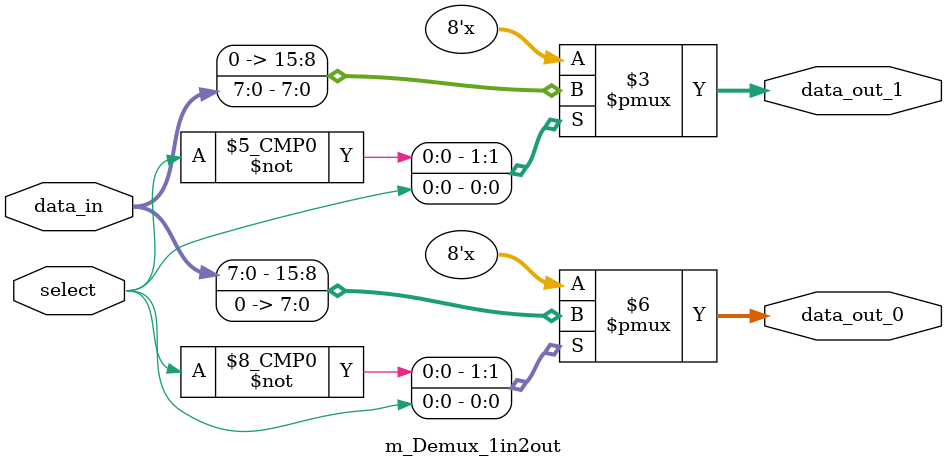
<source format=v>

`timescale 1ns / 1ps

`include "parameters.v"

module m_Demux_1in2out(
		select,
		data_in,
		data_out_0,
		data_out_1
	);

	
	// Parameters
	parameter P_DATA_WIDTH = 8; 
		
	// Port Definition
	input	select;
	input [P_DATA_WIDTH - 1 : 0] data_in;

	output reg [P_DATA_WIDTH - 1 : 0] data_out_0;
	output reg [P_DATA_WIDTH - 1 : 0] data_out_1;

	// Variables	

	// Assignments

	// Behavior
	initial begin:Initialization
		// Empty 
	end

	// Depending on the select, the data_in will be switched to data_out_0 or data_out_1
	always @ (select or data_in) begin:DEMUX
		case (select)
			0 : 	begin
				data_out_0 = data_in;
				data_out_1 = 0;				// Sets other output to zero
			end 
			1 : 	begin
				data_out_0 = 0;
				data_out_1 = data_in;
			end
		endcase
	end

endmodule
    
</source>
